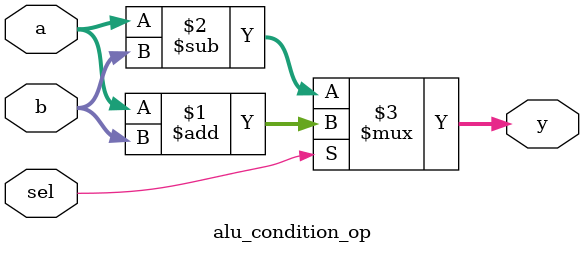
<source format=v>
`timescale 1ns / 1ps

module alu_condition_op (a,b,sel,y);
  input  wire [3:0] a, b;    
  input  wire sel;
  output wire [3:0] y;  

// If sel=1 perform a+b else a-b
  assign y = (sel) ? (a + b) : (a - b);
endmodule

</source>
